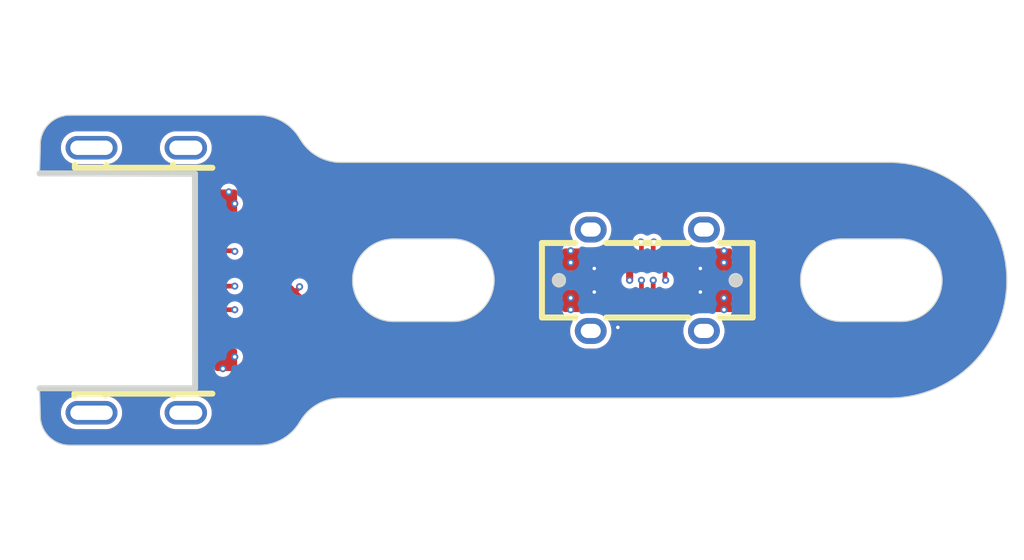
<source format=kicad_pcb>
(kicad_pcb (version 20241229) (generator "pcbnew") (generator_version "9.0")
  (layers (0 "F.Cu" signal) (4 "In1.Cu" signal) (6 "In2.Cu" signal) (2 "B.Cu" signal) (13 "F.Paste" user) (15 "B.Paste" user) (5 "F.SilkS" user "F.Silkscreen") (7 "B.SilkS" user "B.Silkscreen") (1 "F.Mask" user) (3 "B.Mask" user) (25 "Edge.Cuts" user))
  (net 0 "")
  (net 1 "GND")
  (net 2 "Net-(J1-CC1)")
  (net 3 "Net-(J1-CC2)")
  (net 4 "+5V")
  (net 5 "Net-(J1-SBU2)")
  (net 6 "Net-(J1-SBU1)")
  (net 7 "Net-(J1-D+-PadA6)")
  (net 8 "Net-(J1-D--PadA7)")
  (footprint "Library:USB-C-SMD_TYPEC-302-BRP16SC16" (layer "F.Cu") (at 131.75 94.75 -90)
    (property "Reference" "J2" (hide yes))
    (property "Value" "USB_C_Receptacle_USB2.0_16P")
    (fp_line (start 4.81 3.3) (end 4.8995 3.3) (stroke (width 0.254)) (layer "F.SilkS"))
    (fp_line (start -4.77 3.28) (end -4.8965 3.28) (stroke (width 0.254)) (layer "F.SilkS"))
    (fp_line (start 4.81 1.99) (end 4.81 3.3) (stroke (width 0.254)) (layer "F.SilkS"))
    (fp_line (start 4.81 1.99) (end 4.889 1.99) (stroke (width 0.254)) (layer "F.SilkS"))
    (fp_line (start -4.77 1.95) (end -4.77 3.28) (stroke (width 0.254)) (layer "F.SilkS"))
    (fp_line (start -4.77 1.95) (end -4.8895 1.95) (stroke (width 0.254)) (layer "F.SilkS"))
    (fp_line (start -4.9035 -0.88) (end -4.77 -0.88) (stroke (width 0.254)) (layer "F.SilkS"))
    (fp_line (start -4.77 -0.88) (end -4.77 1.95) (stroke (width 0.254)) (layer "F.SilkS"))
    (fp_line (start -4.77 -0.88) (end -4.77 -2.55) (stroke (width 0.254)) (layer "F.SilkS"))
    (fp_line (start 4.81 -0.89) (end 4.81 1.99) (stroke (width 0.254)) (layer "F.SilkS"))
    (fp_line (start 4.81 -0.89) (end 4.9015 -0.89) (stroke (width 0.254)) (layer "F.SilkS"))
    (fp_line (start 4.81 -2.55) (end 4.81 -0.89) (stroke (width 0.254)) (layer "F.SilkS"))
    (fp_line (start -4.5335 4.781) (end -4.518 -1.8135) (stroke (width 0.254)) (layer "Edge.Cuts"))
    (fp_line (start -4.518 -1.8135) (end 4.5815 -1.818) (stroke (width 0.254)) (layer "Edge.Cuts"))
    (fp_line (start 4.5815 -1.818) (end 4.5815 4.782) (stroke (width 0.254)) (layer "Edge.Cuts"))
    (pad "A1" smd rect (at -3.2 -2.575 270) (size 0.6 1.1) (layers "F.Cu" "F.Mask" "F.Paste") (net 1 "GND"))
    (pad "A4" smd rect (at -2.4 -2.575 270) (size 0.6 1.1) (layers "F.Cu" "F.Mask" "F.Paste") (net 4 "+5V"))
    (pad "A5" smd rect (at -1.25 -2.575 270) (size 0.3 1.1) (layers "F.Cu" "F.Mask" "F.Paste") (net 2 "Net-(J1-CC1)"))
    (pad "A6" smd rect (at -0.25 -2.575 270) (size 0.3 1.1) (layers "F.Cu" "F.Mask" "F.Paste") (net 7 "Net-(J1-D+-PadA6)"))
    (pad "A7" smd rect (at 0.25 -2.575 270) (size 0.3 1.1) (layers "F.Cu" "F.Mask" "F.Paste") (net 8 "Net-(J1-D--PadA7)"))
    (pad "A8" smd rect (at 1.25 -2.575 270) (size 0.3 1.1) (layers "F.Cu" "F.Mask" "F.Paste") (net 6 "Net-(J1-SBU1)"))
    (pad "B1" smd rect (at 3.2 -2.575 270) (size 0.6 1.1) (layers "F.Cu" "F.Mask" "F.Paste") (net 1 "GND"))
    (pad "B4" smd rect (at 2.4 -2.575 270) (size 0.6 1.1) (layers "F.Cu" "F.Mask" "F.Paste") (net 4 "+5V"))
    (pad "B5" smd rect (at 1.75 -2.575 270) (size 0.3 1.1) (layers "F.Cu" "F.Mask" "F.Paste") (net 3 "Net-(J1-CC2)"))
    (pad "B6" smd rect (at 0.75 -2.575 270) (size 0.3 1.1) (layers "F.Cu" "F.Mask" "F.Paste") (net 7 "Net-(J1-D+-PadA6)"))
    (pad "B7" smd rect (at -0.75 -2.575 270) (size 0.3 1.1) (layers "F.Cu" "F.Mask" "F.Paste") (net 8 "Net-(J1-D--PadA7)"))
    (pad "B8" smd rect (at -1.75 -2.575 270) (size 0.3 1.1) (layers "F.Cu" "F.Mask" "F.Paste") (net 5 "Net-(J1-SBU2)"))
    (pad "S1" thru_hole oval (at -5.62 -1.425 270) (size 1 1.8) (drill oval 0.61 1.4) (layers "*.Cu" "*.Mask") (net 1 "GND"))
    (pad "S1" thru_hole oval (at -5.62 2.575 270) (size 1 2.2) (drill oval 0.61 1.8) (layers "*.Cu" "*.Mask") (net 1 "GND"))
    (pad "S1" thru_hole oval (at 5.62 -1.425 270) (size 1 1.8) (drill oval 0.61 1.4) (layers "*.Cu" "*.Mask") (net 1 "GND"))
    (pad "S1" thru_hole oval (at 5.62 2.575 270) (size 1 2.2) (drill oval 0.61 1.8) (layers "*.Cu" "*.Mask") (net 1 "GND"))
  )
  (footprint "Library:TYPE-C-SMD_USB4120-03-C" (layer "F.Cu") (at 152.75 94.75)
    (property "Reference" "J1" (hide yes))
    (property "Value" "USB_C_Receptacle_USB2.0_16P")
    (fp_line (start -4.47 -1.58) (end -3.058 -1.58) (stroke (width 0.254)) (layer "F.SilkS"))
    (fp_line (start -4.47 1.58) (end -4.47 -1.58) (stroke (width 0.254)) (layer "F.SilkS"))
    (fp_line (start -3.058 1.58) (end -4.47 1.58) (stroke (width 0.254)) (layer "F.SilkS"))
    (fp_line (start -1.742 -1.58) (end 1.742 -1.58) (stroke (width 0.254)) (layer "F.SilkS"))
    (fp_line (start 1.742 1.58) (end -1.742 1.58) (stroke (width 0.254)) (layer "F.SilkS"))
    (fp_line (start 3.058 -1.58) (end 4.47 -1.58) (stroke (width 0.254)) (layer "F.SilkS"))
    (fp_line (start 4.47 -1.58) (end 4.47 1.58) (stroke (width 0.254)) (layer "F.SilkS"))
    (fp_line (start 4.47 1.58) (end 3.058 1.58) (stroke (width 0.254)) (layer "F.SilkS"))
    (fp_poly (pts (xy -3.452567 -0.039158) (xy -3.472836 -0.114805) (xy -3.511994 -0.182628) (xy -3.567372 -0.238006) (xy -3.635195 -0.277164) (xy -3.710842 -0.297433) (xy -3.789158 -0.297433) (xy -3.864805 -0.277164) (xy -3.932628 -0.238006) (xy -3.988006 -0.182628) (xy -4.027164 -0.114805) (xy -4.047433 -0.039158) (xy -4.047433 0.039158) (xy -4.027164 0.114805) (xy -3.988006 0.182628) (xy -3.932628 0.238006) (xy -3.864805 0.277164) (xy -3.789158 0.297433) (xy -3.710842 0.297433) (xy -3.635195 0.277164) (xy -3.567372 0.238006) (xy -3.511994 0.182628) (xy -3.472836 0.114805) (xy -3.452567 0.039158)) (fill yes) (layer "Edge.Cuts"))
    (fp_poly (pts (xy 4.047433 -0.039158) (xy 4.027164 -0.114805) (xy 3.988006 -0.182628) (xy 3.932628 -0.238006) (xy 3.864805 -0.277164) (xy 3.789158 -0.297433) (xy 3.710842 -0.297433) (xy 3.635195 -0.277164) (xy 3.567372 -0.238006) (xy 3.511994 -0.182628) (xy 3.472836 -0.114805) (xy 3.452567 -0.039158) (xy 3.452567 0.039158) (xy 3.472836 0.114805) (xy 3.511994 0.182628) (xy 3.567372 0.238006) (xy 3.635195 0.277164) (xy 3.710842 0.297433) (xy 3.789158 0.297433) (xy 3.864805 0.277164) (xy 3.932628 0.238006) (xy 3.988006 0.182628) (xy 4.027164 0.114805) (xy 4.047433 0.039158)) (fill yes) (layer "Edge.Cuts"))
    (pad "A1" smd rect (at -2.75 -0.8) (size 0.3 0.87) (layers "F.Cu" "F.Mask" "F.Paste") (net 1 "GND"))
    (pad "A4" smd rect (at -1.25 -0.8) (size 0.3 0.87) (layers "F.Cu" "F.Mask" "F.Paste") (net 4 "+5V"))
    (pad "A5" smd rect (at -0.75 -0.8) (size 0.3 0.87) (layers "F.Cu" "F.Mask" "F.Paste") (net 2 "Net-(J1-CC1)"))
    (pad "A6" smd rect (at -0.25 -0.8) (size 0.3 0.87) (layers "F.Cu" "F.Mask" "F.Paste") (net 7 "Net-(J1-D+-PadA6)"))
    (pad "A7" smd rect (at 0.25 -0.8) (size 0.3 0.87) (layers "F.Cu" "F.Mask" "F.Paste") (net 8 "Net-(J1-D--PadA7)"))
    (pad "A8" smd rect (at 0.75 -0.8) (size 0.3 0.87) (layers "F.Cu" "F.Mask" "F.Paste") (net 6 "Net-(J1-SBU1)"))
    (pad "A9" smd rect (at 1.25 -0.8) (size 0.3 0.87) (layers "F.Cu" "F.Mask" "F.Paste") (net 4 "+5V"))
    (pad "A12" smd rect (at 2.75 -0.8) (size 0.3 0.87) (layers "F.Cu" "F.Mask" "F.Paste") (net 1 "GND"))
    (pad "B1" smd rect (at 2.75 0.8) (size 0.3 0.87) (layers "F.Cu" "F.Mask" "F.Paste") (net 1 "GND"))
    (pad "B4" smd rect (at 1.25 0.8) (size 0.3 0.87) (layers "F.Cu" "F.Mask" "F.Paste") (net 4 "+5V"))
    (pad "B5" smd rect (at 0.75 0.8) (size 0.3 0.87) (layers "F.Cu" "F.Mask" "F.Paste") (net 3 "Net-(J1-CC2)"))
    (pad "B6" smd rect (at 0.25 0.8) (size 0.3 0.87) (layers "F.Cu" "F.Mask" "F.Paste") (net 7 "Net-(J1-D+-PadA6)"))
    (pad "B7" smd rect (at -0.25 0.8) (size 0.3 0.87) (layers "F.Cu" "F.Mask" "F.Paste") (net 8 "Net-(J1-D--PadA7)"))
    (pad "B8" smd rect (at -0.75 0.8) (size 0.3 0.87) (layers "F.Cu" "F.Mask" "F.Paste") (net 5 "Net-(J1-SBU2)"))
    (pad "B9" smd rect (at -1.25 0.8) (size 0.3 0.87) (layers "F.Cu" "F.Mask" "F.Paste") (net 4 "+5V"))
    (pad "B12" smd rect (at -2.75 0.8) (size 0.3 0.87) (layers "F.Cu" "F.Mask" "F.Paste") (net 1 "GND"))
    (pad "S1" thru_hole oval (at -2.4 -2.15 270) (size 1.1 1.35) (drill oval 0.6 0.85) (layers "*.Cu" "*.Mask") (net 1 "GND"))
    (pad "S1" thru_hole oval (at -2.4 2.15 270) (size 1.1 1.35) (drill oval 0.6 0.85) (layers "*.Cu" "*.Mask") (net 1 "GND"))
    (pad "S1" thru_hole oval (at 2.4 -2.15 270) (size 1.1 1.35) (drill oval 0.6 0.85) (layers "*.Cu" "*.Mask") (net 1 "GND"))
    (pad "S1" thru_hole oval (at 2.4 2.15 270) (size 1.1 1.35) (drill oval 0.6 0.85) (layers "*.Cu" "*.Mask") (net 1 "GND"))
  )
  (gr_poly (pts (xy 155.5 95.25) (xy 156.25 95.25) (xy 156.25 96) (xy 155.5 96)) (stroke (width 0.2)) (fill yes) (layer "F.Cu") (net 1))
  (gr_poly (pts (xy 150 95.25) (xy 150 96) (xy 149.25 96) (xy 149.25 95.25)) (stroke (width 0.2)) (fill yes) (layer "F.Cu") (net 1))
  (gr_poly (pts (xy 155.5 93.5) (xy 156.25 93.5) (xy 156.25 94.25) (xy 155.5 94.25)) (stroke (width 0.2)) (fill yes) (layer "F.Cu") (net 1))
  (gr_poly (pts (xy 150 93.5) (xy 149.25 93.5) (xy 149.25 94.25) (xy 150 94.25)) (stroke (width 0.2)) (fill yes) (layer "F.Cu") (net 1))
  (gr_poly (pts (xy 135.25 91) (xy 135.25 91.75) (xy 134.5 91.75) (xy 134.5 91)) (stroke (width 0.2)) (fill yes) (layer "F.Cu") (net 1))
  (gr_poly (pts (xy 134.5 98.5) (xy 135.25 98.5) (xy 135.25 97.75) (xy 134.5 97.75)) (stroke (width 0.2)) (fill yes) (layer "F.Cu") (net 1))
  (gr_line (start 149.5 99.75) (end 139.75 99.75) (stroke (width 0.05)) (layer "Edge.Cuts"))
  (gr_arc (start 161 96.5) (mid 159.25 94.75) (end 161 93) (stroke (width 0.05)) (layer "Edge.Cuts"))
  (gr_line (start 161 93) (end 163.5 93) (stroke (width 0.05)) (layer "Edge.Cuts"))
  (gr_arc (start 127.001 89) (mid 127.367117 88.116117) (end 128.251 87.75) (stroke (width 0.05)) (layer "Edge.Cuts"))
  (gr_line (start 149.5 89.75) (end 139.75 89.75) (stroke (width 0.05)) (layer "Edge.Cuts"))
  (gr_line (start 126.969 90.2165) (end 127.001 89) (stroke (width 0.05)) (layer "Edge.Cuts"))
  (gr_line (start 128.25 101.75) (end 136.282 101.75) (stroke (width 0.05)) (layer "Edge.Cuts"))
  (gr_line (start 126.968 99.3315) (end 127 100.5) (stroke (width 0.05)) (layer "Edge.Cuts"))
  (gr_line (start 142 93) (end 144.5 93) (stroke (width 0.05)) (layer "Edge.Cuts"))
  (gr_arc (start 144.5 93) (mid 146.25 94.75) (end 144.5 96.5) (stroke (width 0.05)) (layer "Edge.Cuts"))
  (gr_arc (start 139.75 89.75) (mid 138.746146 89.47982) (end 138.013514 88.742278) (stroke (width 0.05)) (layer "Edge.Cuts"))
  (gr_line (start 128.251 87.75) (end 136.282 87.75) (stroke (width 0.05)) (layer "Edge.Cuts"))
  (gr_arc (start 142 96.5) (mid 140.25 94.75) (end 142 93) (stroke (width 0.05)) (layer "Edge.Cuts"))
  (gr_line (start 149.5 89.75) (end 163 89.75) (stroke (width 0.05)) (layer "Edge.Cuts"))
  (gr_line (start 149.5 99.75) (end 163 99.75) (stroke (width 0.05)) (layer "Edge.Cuts"))
  (gr_line (start 161 96.5) (end 163.5 96.5) (stroke (width 0.05)) (layer "Edge.Cuts"))
  (gr_arc (start 136.282 87.75) (mid 137.278991 88.016216) (end 138.010568 88.743992) (stroke (width 0.05)) (layer "Edge.Cuts"))
  (gr_line (start 142 96.5) (end 144.5 96.5) (stroke (width 0.05)) (layer "Edge.Cuts"))
  (gr_arc (start 138.013514 100.757722) (mid 138.746147 100.02018) (end 139.75 99.75) (stroke (width 0.05)) (layer "Edge.Cuts"))
  (gr_arc (start 163 89.75) (mid 168 94.75) (end 163 99.75) (stroke (width 0.05)) (layer "Edge.Cuts"))
  (gr_arc (start 163.5 93) (mid 165.25 94.75) (end 163.5 96.5) (stroke (width 0.05)) (layer "Edge.Cuts"))
  (gr_arc (start 128.25 101.75) (mid 127.366117 101.383883) (end 127 100.5) (stroke (width 0.05)) (layer "Edge.Cuts"))
  (gr_arc (start 138.010567 100.756009) (mid 137.278991 101.483784) (end 136.282 101.75) (stroke (width 0.05)) (layer "Edge.Cuts"))
  (via (at 149.5 94) (size 0.3) (drill 0.15) (layers "F.Cu" "B.Cu") (net 1))
  (via (at 156 96) (size 0.3) (drill 0.15) (layers "F.Cu" "B.Cu") (net 1))
  (via (at 156 94) (size 0.3) (drill 0.15) (layers "F.Cu" "B.Cu") (net 1))
  (via (at 135.25 98) (size 0.3) (drill 0.15) (layers "F.Cu" "B.Cu") (net 1))
  (via (at 134.75 98.5) (size 0.3) (drill 0.15) (layers "F.Cu" "B.Cu") (net 1))
  (via (at 156 95.5) (size 0.3) (drill 0.15) (layers "F.Cu" "B.Cu") (net 1))
  (via (at 149.5 93.5) (size 0.3) (drill 0.15) (layers "F.Cu" "B.Cu") (net 1))
  (via (at 149.5 95.5) (size 0.3) (drill 0.15) (layers "F.Cu" "B.Cu") (net 1))
  (via (at 156 93.5) (size 0.3) (drill 0.15) (layers "F.Cu" "B.Cu") (net 1))
  (via (at 149.5 96) (size 0.3) (drill 0.15) (layers "F.Cu" "B.Cu") (net 1))
  (via (at 135 91) (size 0.3) (drill 0.15) (layers "F.Cu" "B.Cu") (net 1))
  (via (at 135.25 91.5) (size 0.3) (drill 0.15) (layers "F.Cu" "B.Cu") (net 1))
  (segment (start 134.325 93.5) (end 135.175 93.5) (width 0.2) (layer "F.Cu") (net 2))
  (segment (start 152 93.95) (end 152 94.75) (width 0.3) (layer "F.Cu") (net 2))
  (segment (start 135.175 93.5) (end 135.2 93.525) (width 0.2) (layer "F.Cu") (net 2))
  (via (at 135.25 93.525) (size 0.3) (drill 0.15) (layers "F.Cu" "B.Cu") (net 2))
  (via (at 152 94.75) (size 0.3) (drill 0.15) (layers "F.Cu" "B.Cu") (net 2))
  (segment (start 151.6569 99.026) (end 140.276 99.026) (width 0.2) (layer "F.Cu") (net 3))
  (segment (start 153.5 95.55) (end 153.5 97.1829) (width 0.2) (layer "F.Cu") (net 3))
  (segment (start 137.75 96.5) (end 134.325 96.5) (width 0.2) (layer "F.Cu") (net 3))
  (segment (start 140.276 99.026) (end 137.75 96.5) (width 0.2) (layer "F.Cu") (net 3))
  (segment (start 153.5 97.1829) (end 151.6569 99.026) (width 0.2) (layer "F.Cu") (net 3))
  (via (at 155 95.25) (size 0.3) (drill 0.15) (layers "F.Cu" "B.Cu") (net 4))
  (via (at 155 94.25) (size 0.3) (drill 0.15) (layers "F.Cu" "B.Cu") (net 4))
  (via (at 150.5 94.25) (size 0.3) (drill 0.15) (layers "F.Cu" "B.Cu") (net 4))
  (via (at 151.5 96.75) (size 0.3) (drill 0.15) (layers "F.Cu" "B.Cu") (net 4))
  (via (at 150.5 95.25) (size 0.3) (drill 0.15) (layers "F.Cu" "B.Cu") (net 4))
  (segment (start 136.652455 93) (end 134.325 93) (width 0.2) (layer "F.Cu") (net 5))
  (segment (start 152 96.912306) (end 151.162306 97.75) (width 0.2) (layer "F.Cu") (net 5))
  (segment (start 152 95.55) (end 152 96.912306) (width 0.2) (layer "F.Cu") (net 5))
  (segment (start 151.162306 97.75) (end 141.402455 97.75) (width 0.2) (layer "F.Cu") (net 5))
  (segment (start 141.402455 97.75) (end 136.652455 93) (width 0.2) (layer "F.Cu") (net 5))
  (segment (start 153.5 93.95) (end 153.5 94.7) (width 0.2) (layer "F.Cu") (net 6))
  (segment (start 134.325 96) (end 135.25 96) (width 0.2) (layer "F.Cu") (net 6))
  (segment (start 153.5 94.7) (end 153.525 94.725) (width 0.2) (layer "F.Cu") (net 6))
  (via (at 153.525 94.75) (size 0.3) (drill 0.15) (layers "F.Cu" "B.Cu") (net 6))
  (via (at 135.25 96) (size 0.3) (drill 0.15) (layers "F.Cu" "B.Cu") (net 6))
  (segment (start 137.382802 95.451) (end 134.374 95.451) (width 0.2) (layer "F.Cu") (net 7))
  (segment (start 136.431802 94.5) (end 137.382802 95.451) (width 0.2) (layer "F.Cu") (net 7))
  (segment (start 140.556802 98.625) (end 137.382802 95.451) (width 0.2) (layer "F.Cu") (net 7))
  (segment (start 153 95.835) (end 152.975 95.86) (width 0.2) (layer "F.Cu") (net 7))
  (segment (start 153 95.55) (end 153 94.75) (width 0.2) (layer "F.Cu") (net 7))
  (segment (start 151.4908 98.625) (end 140.556802 98.625) (width 0.2) (layer "F.Cu") (net 7))
  (segment (start 134.325 94.5) (end 136.431802 94.5) (width 0.2) (layer "F.Cu") (net 7))
  (segment (start 152.5 93.15) (end 152.475 93.125) (width 0.2) (layer "F.Cu") (net 7))
  (segment (start 152.5 93.95) (end 152.5 93.15) (width 0.2) (layer "F.Cu") (net 7))
  (segment (start 152.975 97.1408) (end 151.4908 98.625) (width 0.2) (layer "F.Cu") (net 7))
  (segment (start 152.975 95.86) (end 152.975 97.1408) (width 0.2) (layer "F.Cu") (net 7))
  (segment (start 134.374 95.451) (end 134.325 95.5) (width 0.2) (layer "F.Cu") (net 7))
  (segment (start 153 95.55) (end 153 95.835) (width 0.2) (layer "F.Cu") (net 7))
  (via (at 152.475 93.125) (size 0.3) (drill 0.15) (layers "F.Cu" "B.Cu") (net 7))
  (via (at 153 94.75) (size 0.3) (drill 0.15) (layers "F.Cu" "B.Cu") (net 7))
  (segment (start 152.525 95.86) (end 152.525 96.954408) (width 0.2) (layer "F.Cu") (net 8))
  (segment (start 152.5 95.55) (end 152.5 94.75) (width 0.2) (layer "F.Cu") (net 8))
  (segment (start 138 95.05) (end 137.809099 95.240901) (width 0.2) (layer "F.Cu") (net 8))
  (segment (start 152.5 95.55) (end 152.5 95.835) (width 0.2) (layer "F.Cu") (net 8))
  (segment (start 140.743198 98.175) (end 137.809099 95.240901) (width 0.2) (layer "F.Cu") (net 8))
  (segment (start 152.525 96.954408) (end 151.304408 98.175) (width 0.2) (layer "F.Cu") (net 8))
  (segment (start 152.5 95.835) (end 152.525 95.86) (width 0.2) (layer "F.Cu") (net 8))
  (segment (start 151.304408 98.175) (end 140.743198 98.175) (width 0.2) (layer "F.Cu") (net 8))
  (segment (start 153 93.95) (end 153 93.15) (width 0.2) (layer "F.Cu") (net 8))
  (segment (start 136.568198 94) (end 134.325 94) (width 0.2) (layer "F.Cu") (net 8))
  (segment (start 138 95.025) (end 138 95.05) (width 0.2) (layer "F.Cu") (net 8))
  (segment (start 134.325 95) (end 135.25 95) (width 0.2) (layer "F.Cu") (net 8))
  (segment (start 153 93.15) (end 153.025 93.125) (width 0.2) (layer "F.Cu") (net 8))
  (segment (start 137.809099 95.240901) (end 136.568198 94) (width 0.2) (layer "F.Cu") (net 8))
  (segment (start 134.35 95.025) (end 134.325 95) (width 0.2) (layer "F.Cu") (net 8))
  (via (at 152.5 94.75) (size 0.3) (drill 0.15) (layers "F.Cu" "B.Cu") (net 8))
  (via (at 135.25 95) (size 0.3) (drill 0.15) (layers "F.Cu" "B.Cu") (net 8))
  (via (at 138 95.025) (size 0.3) (drill 0.15) (layers "F.Cu" "B.Cu") (net 8))
  (via (at 153.025 93.125) (size 0.3) (drill 0.15) (layers "F.Cu" "B.Cu") (net 8))
  (zone (net 4) (net_name "+5V") (layer "F.Cu") (connect_pads (clearance 0.15)) (min_thickness 0.25) (fill yes (thermal_gap 0.5) (thermal_bridge_width 0.5))
    (polygon (pts (xy 126.25 102.25) (xy 168.75 102.25) (xy 168.75 87.5) (xy 126.25 87.5)))
  )
  (zone (net 4) (net_name "+5V") (layer "B.Cu") (priority 2) (connect_pads (clearance 0.15)) (min_thickness 0.25) (fill yes (thermal_gap 0.5) (thermal_bridge_width 0.5))
    (polygon (pts (xy 126.25 87.5) (xy 168.75 87.5) (xy 168.75 102.25) (xy 126.25 102.25)))
  )
)
</source>
